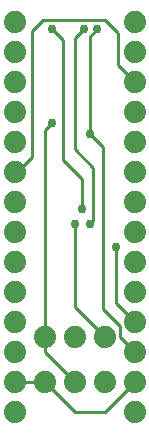
<source format=gbr>
G04 EAGLE Gerber RS-274X export*
G75*
%MOMM*%
%FSLAX34Y34*%
%LPD*%
%INBottom Copper*%
%IPPOS*%
%AMOC8*
5,1,8,0,0,1.08239X$1,22.5*%
G01*
%ADD10C,1.879600*%
%ADD11C,0.254000*%
%ADD12C,0.756400*%


D10*
X114300Y342900D03*
X114300Y317500D03*
X114300Y292100D03*
X114300Y266700D03*
X114300Y241300D03*
X114300Y215900D03*
X114300Y190500D03*
X114300Y165100D03*
X114300Y139700D03*
X114300Y114300D03*
X114300Y88900D03*
X114300Y63500D03*
X114300Y38100D03*
X114300Y12700D03*
X12700Y342900D03*
X12700Y317500D03*
X12700Y292100D03*
X12700Y266700D03*
X12700Y241300D03*
X12700Y215900D03*
X12700Y190500D03*
X12700Y165100D03*
X12700Y139700D03*
X12700Y114300D03*
X12700Y88900D03*
X12700Y63500D03*
X12700Y38100D03*
X12700Y12700D03*
X88900Y38100D03*
X63500Y38100D03*
X38100Y38100D03*
X88900Y76200D03*
X63500Y76200D03*
X38100Y76200D03*
D11*
X114300Y292100D02*
X100013Y306388D01*
X100013Y333375D01*
X88900Y344488D01*
X36513Y344488D01*
X26988Y334963D01*
X26988Y228600D01*
X14288Y215900D01*
X12700Y215900D01*
X98425Y152400D02*
X98425Y104775D01*
X114300Y88900D01*
D12*
X98425Y152400D03*
X82550Y336550D03*
D11*
X76200Y330200D01*
X76200Y247650D01*
X87313Y236538D01*
D12*
X76200Y247650D03*
D11*
X101600Y85505D02*
X101600Y76200D01*
X114300Y63500D01*
X101600Y85505D02*
X87313Y99792D01*
X87313Y236538D01*
X38100Y38100D02*
X12700Y38100D01*
X38100Y38100D02*
X63500Y12700D01*
X88900Y12700D01*
X114300Y38100D01*
D12*
X44450Y257175D03*
D11*
X38100Y250825D01*
X38100Y76200D01*
X38100Y63500D02*
X63500Y38100D01*
X38100Y63500D02*
X38100Y76200D01*
D12*
X69850Y184150D03*
X44450Y336550D03*
D11*
X53975Y327025D01*
X53975Y225425D01*
X69850Y209550D02*
X69850Y184150D01*
X69850Y209550D02*
X53975Y225425D01*
D12*
X71438Y336550D03*
X76200Y171450D03*
D11*
X63500Y328613D02*
X71438Y336550D01*
X63500Y328613D02*
X63500Y234950D01*
X79375Y219075D01*
X79375Y174625D01*
X76200Y171450D01*
D12*
X63500Y171450D03*
D11*
X63500Y101600D02*
X88900Y76200D01*
X63500Y101600D02*
X63500Y171450D01*
M02*

</source>
